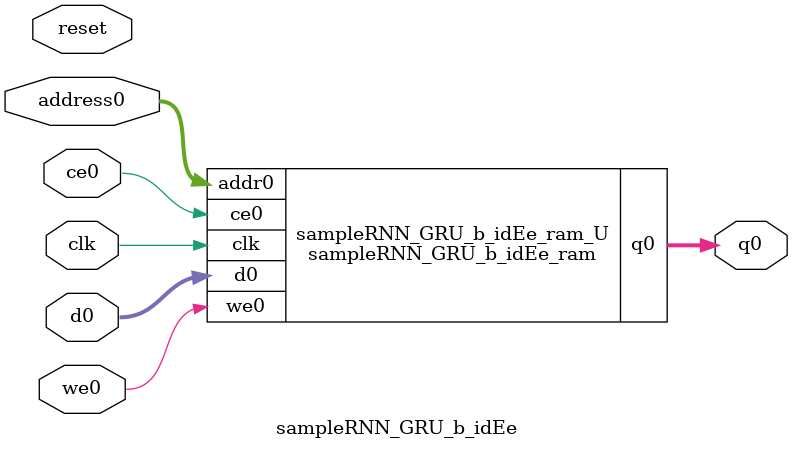
<source format=v>

`timescale 1 ns / 1 ps
module sampleRNN_GRU_b_idEe_ram (addr0, ce0, d0, we0, q0,  clk);

parameter DWIDTH = 32;
parameter AWIDTH = 8;
parameter MEM_SIZE = 192;

input[AWIDTH-1:0] addr0;
input ce0;
input[DWIDTH-1:0] d0;
input we0;
output reg[DWIDTH-1:0] q0;
input clk;

(* ram_style = "block" *)reg [DWIDTH-1:0] ram[0:MEM_SIZE-1];




always @(posedge clk)  
begin 
    if (ce0) 
    begin
        if (we0) 
        begin 
            ram[addr0] <= d0; 
            q0 <= d0;
        end 
        else 
            q0 <= ram[addr0];
    end
end


endmodule


`timescale 1 ns / 1 ps
module sampleRNN_GRU_b_idEe(
    reset,
    clk,
    address0,
    ce0,
    we0,
    d0,
    q0);

parameter DataWidth = 32'd32;
parameter AddressRange = 32'd192;
parameter AddressWidth = 32'd8;
input reset;
input clk;
input[AddressWidth - 1:0] address0;
input ce0;
input we0;
input[DataWidth - 1:0] d0;
output[DataWidth - 1:0] q0;



sampleRNN_GRU_b_idEe_ram sampleRNN_GRU_b_idEe_ram_U(
    .clk( clk ),
    .addr0( address0 ),
    .ce0( ce0 ),
    .we0( we0 ),
    .d0( d0 ),
    .q0( q0 ));

endmodule


</source>
